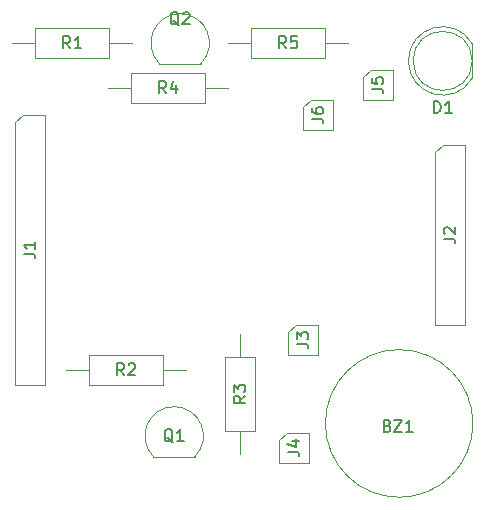
<source format=gbr>
G04 #@! TF.GenerationSoftware,KiCad,Pcbnew,5.1.8-db9833491~87~ubuntu20.04.1*
G04 #@! TF.CreationDate,2020-11-14T17:48:48-07:00*
G04 #@! TF.ProjectId,heimdall_outsideboard,6865696d-6461-46c6-9c5f-6f7574736964,01*
G04 #@! TF.SameCoordinates,Original*
G04 #@! TF.FileFunction,Other,Fab,Top*
%FSLAX46Y46*%
G04 Gerber Fmt 4.6, Leading zero omitted, Abs format (unit mm)*
G04 Created by KiCad (PCBNEW 5.1.8-db9833491~87~ubuntu20.04.1) date 2020-11-14 17:48:48*
%MOMM*%
%LPD*%
G01*
G04 APERTURE LIST*
%ADD10C,0.100000*%
%ADD11C,0.150000*%
G04 APERTURE END LIST*
D10*
G04 #@! TO.C,Q1*
X64524000Y-114526000D02*
X68024000Y-114526000D01*
X64540375Y-114529625D02*
G75*
G02*
X66294000Y-110296000I1753625J1753625D01*
G01*
X68047625Y-114529625D02*
G75*
G03*
X66294000Y-110296000I-1753625J1753625D01*
G01*
G04 #@! TO.C,J6*
X77216000Y-84963000D02*
X77851000Y-84328000D01*
X77216000Y-86868000D02*
X77216000Y-84963000D01*
X79756000Y-86868000D02*
X77216000Y-86868000D01*
X79756000Y-84328000D02*
X79756000Y-86868000D01*
X77851000Y-84328000D02*
X79756000Y-84328000D01*
G04 #@! TO.C,J5*
X82296000Y-82423000D02*
X82931000Y-81788000D01*
X82296000Y-84328000D02*
X82296000Y-82423000D01*
X84836000Y-84328000D02*
X82296000Y-84328000D01*
X84836000Y-81788000D02*
X84836000Y-84328000D01*
X82931000Y-81788000D02*
X84836000Y-81788000D01*
G04 #@! TO.C,J4*
X75184000Y-113157000D02*
X75819000Y-112522000D01*
X75184000Y-115062000D02*
X75184000Y-113157000D01*
X77724000Y-115062000D02*
X75184000Y-115062000D01*
X77724000Y-112522000D02*
X77724000Y-115062000D01*
X75819000Y-112522000D02*
X77724000Y-112522000D01*
G04 #@! TO.C,J3*
X75946000Y-104013000D02*
X76581000Y-103378000D01*
X75946000Y-105918000D02*
X75946000Y-104013000D01*
X78486000Y-105918000D02*
X75946000Y-105918000D01*
X78486000Y-103378000D02*
X78486000Y-105918000D01*
X76581000Y-103378000D02*
X78486000Y-103378000D01*
G04 #@! TO.C,J1*
X52832000Y-86233000D02*
X53467000Y-85598000D01*
X52832000Y-108458000D02*
X52832000Y-86233000D01*
X55372000Y-108458000D02*
X52832000Y-108458000D01*
X55372000Y-85598000D02*
X55372000Y-108458000D01*
X53467000Y-85598000D02*
X55372000Y-85598000D01*
G04 #@! TO.C,BZ1*
X91594000Y-111720000D02*
G75*
G03*
X91594000Y-111720000I-6250000J0D01*
G01*
G04 #@! TO.C,J2*
X88392000Y-88773000D02*
X89027000Y-88138000D01*
X88392000Y-103378000D02*
X88392000Y-88773000D01*
X90932000Y-103378000D02*
X88392000Y-103378000D01*
X90932000Y-88138000D02*
X90932000Y-103378000D01*
X89027000Y-88138000D02*
X90932000Y-88138000D01*
G04 #@! TO.C,Q2*
X65032000Y-81252000D02*
X68532000Y-81252000D01*
X68555625Y-81255625D02*
G75*
G03*
X66802000Y-77022000I-1753625J1753625D01*
G01*
X65048375Y-81255625D02*
G75*
G02*
X66802000Y-77022000I1753625J1753625D01*
G01*
G04 #@! TO.C,R1*
X60808000Y-80752000D02*
X60808000Y-78252000D01*
X60808000Y-78252000D02*
X54508000Y-78252000D01*
X54508000Y-78252000D02*
X54508000Y-80752000D01*
X54508000Y-80752000D02*
X60808000Y-80752000D01*
X62738000Y-79502000D02*
X60808000Y-79502000D01*
X52578000Y-79502000D02*
X54508000Y-79502000D01*
G04 #@! TO.C,R2*
X67310000Y-107188000D02*
X65380000Y-107188000D01*
X57150000Y-107188000D02*
X59080000Y-107188000D01*
X65380000Y-105938000D02*
X59080000Y-105938000D01*
X65380000Y-108438000D02*
X65380000Y-105938000D01*
X59080000Y-108438000D02*
X65380000Y-108438000D01*
X59080000Y-105938000D02*
X59080000Y-108438000D01*
G04 #@! TO.C,R3*
X71882000Y-104140000D02*
X71882000Y-106070000D01*
X71882000Y-114300000D02*
X71882000Y-112370000D01*
X70632000Y-106070000D02*
X70632000Y-112370000D01*
X73132000Y-106070000D02*
X70632000Y-106070000D01*
X73132000Y-112370000D02*
X73132000Y-106070000D01*
X70632000Y-112370000D02*
X73132000Y-112370000D01*
G04 #@! TO.C,R4*
X62636000Y-82062000D02*
X62636000Y-84562000D01*
X62636000Y-84562000D02*
X68936000Y-84562000D01*
X68936000Y-84562000D02*
X68936000Y-82062000D01*
X68936000Y-82062000D02*
X62636000Y-82062000D01*
X60706000Y-83312000D02*
X62636000Y-83312000D01*
X70866000Y-83312000D02*
X68936000Y-83312000D01*
G04 #@! TO.C,R5*
X81026000Y-79502000D02*
X79096000Y-79502000D01*
X70866000Y-79502000D02*
X72796000Y-79502000D01*
X79096000Y-78252000D02*
X72796000Y-78252000D01*
X79096000Y-80752000D02*
X79096000Y-78252000D01*
X72796000Y-80752000D02*
X79096000Y-80752000D01*
X72796000Y-78252000D02*
X72796000Y-80752000D01*
G04 #@! TO.C,D1*
X91527000Y-82495694D02*
X91527000Y-79556306D01*
X91527000Y-81026000D02*
G75*
G03*
X91527000Y-81026000I-2500000J0D01*
G01*
X91527016Y-79556334D02*
G75*
G03*
X91527000Y-82495694I-2500016J-1469666D01*
G01*
G04 #@! TD*
G04 #@! TO.C,Q1*
D11*
X66198761Y-113323619D02*
X66103523Y-113276000D01*
X66008285Y-113180761D01*
X65865428Y-113037904D01*
X65770190Y-112990285D01*
X65674952Y-112990285D01*
X65722571Y-113228380D02*
X65627333Y-113180761D01*
X65532095Y-113085523D01*
X65484476Y-112895047D01*
X65484476Y-112561714D01*
X65532095Y-112371238D01*
X65627333Y-112276000D01*
X65722571Y-112228380D01*
X65913047Y-112228380D01*
X66008285Y-112276000D01*
X66103523Y-112371238D01*
X66151142Y-112561714D01*
X66151142Y-112895047D01*
X66103523Y-113085523D01*
X66008285Y-113180761D01*
X65913047Y-113228380D01*
X65722571Y-113228380D01*
X67103523Y-113228380D02*
X66532095Y-113228380D01*
X66817809Y-113228380D02*
X66817809Y-112228380D01*
X66722571Y-112371238D01*
X66627333Y-112466476D01*
X66532095Y-112514095D01*
G04 #@! TO.C,J6*
X77938380Y-85931333D02*
X78652666Y-85931333D01*
X78795523Y-85978952D01*
X78890761Y-86074190D01*
X78938380Y-86217047D01*
X78938380Y-86312285D01*
X77938380Y-85026571D02*
X77938380Y-85217047D01*
X77986000Y-85312285D01*
X78033619Y-85359904D01*
X78176476Y-85455142D01*
X78366952Y-85502761D01*
X78747904Y-85502761D01*
X78843142Y-85455142D01*
X78890761Y-85407523D01*
X78938380Y-85312285D01*
X78938380Y-85121809D01*
X78890761Y-85026571D01*
X78843142Y-84978952D01*
X78747904Y-84931333D01*
X78509809Y-84931333D01*
X78414571Y-84978952D01*
X78366952Y-85026571D01*
X78319333Y-85121809D01*
X78319333Y-85312285D01*
X78366952Y-85407523D01*
X78414571Y-85455142D01*
X78509809Y-85502761D01*
G04 #@! TO.C,J5*
X83018380Y-83391333D02*
X83732666Y-83391333D01*
X83875523Y-83438952D01*
X83970761Y-83534190D01*
X84018380Y-83677047D01*
X84018380Y-83772285D01*
X83018380Y-82438952D02*
X83018380Y-82915142D01*
X83494571Y-82962761D01*
X83446952Y-82915142D01*
X83399333Y-82819904D01*
X83399333Y-82581809D01*
X83446952Y-82486571D01*
X83494571Y-82438952D01*
X83589809Y-82391333D01*
X83827904Y-82391333D01*
X83923142Y-82438952D01*
X83970761Y-82486571D01*
X84018380Y-82581809D01*
X84018380Y-82819904D01*
X83970761Y-82915142D01*
X83923142Y-82962761D01*
G04 #@! TO.C,J4*
X75906380Y-114125333D02*
X76620666Y-114125333D01*
X76763523Y-114172952D01*
X76858761Y-114268190D01*
X76906380Y-114411047D01*
X76906380Y-114506285D01*
X76239714Y-113220571D02*
X76906380Y-113220571D01*
X75858761Y-113458666D02*
X76573047Y-113696761D01*
X76573047Y-113077714D01*
G04 #@! TO.C,J3*
X76668380Y-104981333D02*
X77382666Y-104981333D01*
X77525523Y-105028952D01*
X77620761Y-105124190D01*
X77668380Y-105267047D01*
X77668380Y-105362285D01*
X76668380Y-104600380D02*
X76668380Y-103981333D01*
X77049333Y-104314666D01*
X77049333Y-104171809D01*
X77096952Y-104076571D01*
X77144571Y-104028952D01*
X77239809Y-103981333D01*
X77477904Y-103981333D01*
X77573142Y-104028952D01*
X77620761Y-104076571D01*
X77668380Y-104171809D01*
X77668380Y-104457523D01*
X77620761Y-104552761D01*
X77573142Y-104600380D01*
G04 #@! TO.C,J1*
X53554380Y-97361333D02*
X54268666Y-97361333D01*
X54411523Y-97408952D01*
X54506761Y-97504190D01*
X54554380Y-97647047D01*
X54554380Y-97742285D01*
X54554380Y-96361333D02*
X54554380Y-96932761D01*
X54554380Y-96647047D02*
X53554380Y-96647047D01*
X53697238Y-96742285D01*
X53792476Y-96837523D01*
X53840095Y-96932761D01*
G04 #@! TO.C,BZ1*
X84363047Y-111898571D02*
X84505904Y-111946190D01*
X84553523Y-111993809D01*
X84601142Y-112089047D01*
X84601142Y-112231904D01*
X84553523Y-112327142D01*
X84505904Y-112374761D01*
X84410666Y-112422380D01*
X84029714Y-112422380D01*
X84029714Y-111422380D01*
X84363047Y-111422380D01*
X84458285Y-111470000D01*
X84505904Y-111517619D01*
X84553523Y-111612857D01*
X84553523Y-111708095D01*
X84505904Y-111803333D01*
X84458285Y-111850952D01*
X84363047Y-111898571D01*
X84029714Y-111898571D01*
X84934476Y-111422380D02*
X85601142Y-111422380D01*
X84934476Y-112422380D01*
X85601142Y-112422380D01*
X86505904Y-112422380D02*
X85934476Y-112422380D01*
X86220190Y-112422380D02*
X86220190Y-111422380D01*
X86124952Y-111565238D01*
X86029714Y-111660476D01*
X85934476Y-111708095D01*
G04 #@! TO.C,J2*
X89114380Y-96091333D02*
X89828666Y-96091333D01*
X89971523Y-96138952D01*
X90066761Y-96234190D01*
X90114380Y-96377047D01*
X90114380Y-96472285D01*
X89209619Y-95662761D02*
X89162000Y-95615142D01*
X89114380Y-95519904D01*
X89114380Y-95281809D01*
X89162000Y-95186571D01*
X89209619Y-95138952D01*
X89304857Y-95091333D01*
X89400095Y-95091333D01*
X89542952Y-95138952D01*
X90114380Y-95710380D01*
X90114380Y-95091333D01*
G04 #@! TO.C,Q2*
X66706761Y-78017619D02*
X66611523Y-77970000D01*
X66516285Y-77874761D01*
X66373428Y-77731904D01*
X66278190Y-77684285D01*
X66182952Y-77684285D01*
X66230571Y-77922380D02*
X66135333Y-77874761D01*
X66040095Y-77779523D01*
X65992476Y-77589047D01*
X65992476Y-77255714D01*
X66040095Y-77065238D01*
X66135333Y-76970000D01*
X66230571Y-76922380D01*
X66421047Y-76922380D01*
X66516285Y-76970000D01*
X66611523Y-77065238D01*
X66659142Y-77255714D01*
X66659142Y-77589047D01*
X66611523Y-77779523D01*
X66516285Y-77874761D01*
X66421047Y-77922380D01*
X66230571Y-77922380D01*
X67040095Y-77017619D02*
X67087714Y-76970000D01*
X67182952Y-76922380D01*
X67421047Y-76922380D01*
X67516285Y-76970000D01*
X67563904Y-77017619D01*
X67611523Y-77112857D01*
X67611523Y-77208095D01*
X67563904Y-77350952D01*
X66992476Y-77922380D01*
X67611523Y-77922380D01*
G04 #@! TO.C,R1*
X57491333Y-79954380D02*
X57158000Y-79478190D01*
X56919904Y-79954380D02*
X56919904Y-78954380D01*
X57300857Y-78954380D01*
X57396095Y-79002000D01*
X57443714Y-79049619D01*
X57491333Y-79144857D01*
X57491333Y-79287714D01*
X57443714Y-79382952D01*
X57396095Y-79430571D01*
X57300857Y-79478190D01*
X56919904Y-79478190D01*
X58443714Y-79954380D02*
X57872285Y-79954380D01*
X58158000Y-79954380D02*
X58158000Y-78954380D01*
X58062761Y-79097238D01*
X57967523Y-79192476D01*
X57872285Y-79240095D01*
G04 #@! TO.C,R2*
X62063333Y-107640380D02*
X61730000Y-107164190D01*
X61491904Y-107640380D02*
X61491904Y-106640380D01*
X61872857Y-106640380D01*
X61968095Y-106688000D01*
X62015714Y-106735619D01*
X62063333Y-106830857D01*
X62063333Y-106973714D01*
X62015714Y-107068952D01*
X61968095Y-107116571D01*
X61872857Y-107164190D01*
X61491904Y-107164190D01*
X62444285Y-106735619D02*
X62491904Y-106688000D01*
X62587142Y-106640380D01*
X62825238Y-106640380D01*
X62920476Y-106688000D01*
X62968095Y-106735619D01*
X63015714Y-106830857D01*
X63015714Y-106926095D01*
X62968095Y-107068952D01*
X62396666Y-107640380D01*
X63015714Y-107640380D01*
G04 #@! TO.C,R3*
X72334380Y-109386666D02*
X71858190Y-109720000D01*
X72334380Y-109958095D02*
X71334380Y-109958095D01*
X71334380Y-109577142D01*
X71382000Y-109481904D01*
X71429619Y-109434285D01*
X71524857Y-109386666D01*
X71667714Y-109386666D01*
X71762952Y-109434285D01*
X71810571Y-109481904D01*
X71858190Y-109577142D01*
X71858190Y-109958095D01*
X71334380Y-109053333D02*
X71334380Y-108434285D01*
X71715333Y-108767619D01*
X71715333Y-108624761D01*
X71762952Y-108529523D01*
X71810571Y-108481904D01*
X71905809Y-108434285D01*
X72143904Y-108434285D01*
X72239142Y-108481904D01*
X72286761Y-108529523D01*
X72334380Y-108624761D01*
X72334380Y-108910476D01*
X72286761Y-109005714D01*
X72239142Y-109053333D01*
G04 #@! TO.C,R4*
X65619333Y-83764380D02*
X65286000Y-83288190D01*
X65047904Y-83764380D02*
X65047904Y-82764380D01*
X65428857Y-82764380D01*
X65524095Y-82812000D01*
X65571714Y-82859619D01*
X65619333Y-82954857D01*
X65619333Y-83097714D01*
X65571714Y-83192952D01*
X65524095Y-83240571D01*
X65428857Y-83288190D01*
X65047904Y-83288190D01*
X66476476Y-83097714D02*
X66476476Y-83764380D01*
X66238380Y-82716761D02*
X66000285Y-83431047D01*
X66619333Y-83431047D01*
G04 #@! TO.C,R5*
X75779333Y-79954380D02*
X75446000Y-79478190D01*
X75207904Y-79954380D02*
X75207904Y-78954380D01*
X75588857Y-78954380D01*
X75684095Y-79002000D01*
X75731714Y-79049619D01*
X75779333Y-79144857D01*
X75779333Y-79287714D01*
X75731714Y-79382952D01*
X75684095Y-79430571D01*
X75588857Y-79478190D01*
X75207904Y-79478190D01*
X76684095Y-78954380D02*
X76207904Y-78954380D01*
X76160285Y-79430571D01*
X76207904Y-79382952D01*
X76303142Y-79335333D01*
X76541238Y-79335333D01*
X76636476Y-79382952D01*
X76684095Y-79430571D01*
X76731714Y-79525809D01*
X76731714Y-79763904D01*
X76684095Y-79859142D01*
X76636476Y-79906761D01*
X76541238Y-79954380D01*
X76303142Y-79954380D01*
X76207904Y-79906761D01*
X76160285Y-79859142D01*
G04 #@! TO.C,D1*
X88288904Y-85438380D02*
X88288904Y-84438380D01*
X88527000Y-84438380D01*
X88669857Y-84486000D01*
X88765095Y-84581238D01*
X88812714Y-84676476D01*
X88860333Y-84866952D01*
X88860333Y-85009809D01*
X88812714Y-85200285D01*
X88765095Y-85295523D01*
X88669857Y-85390761D01*
X88527000Y-85438380D01*
X88288904Y-85438380D01*
X89812714Y-85438380D02*
X89241285Y-85438380D01*
X89527000Y-85438380D02*
X89527000Y-84438380D01*
X89431761Y-84581238D01*
X89336523Y-84676476D01*
X89241285Y-84724095D01*
G04 #@! TD*
M02*

</source>
